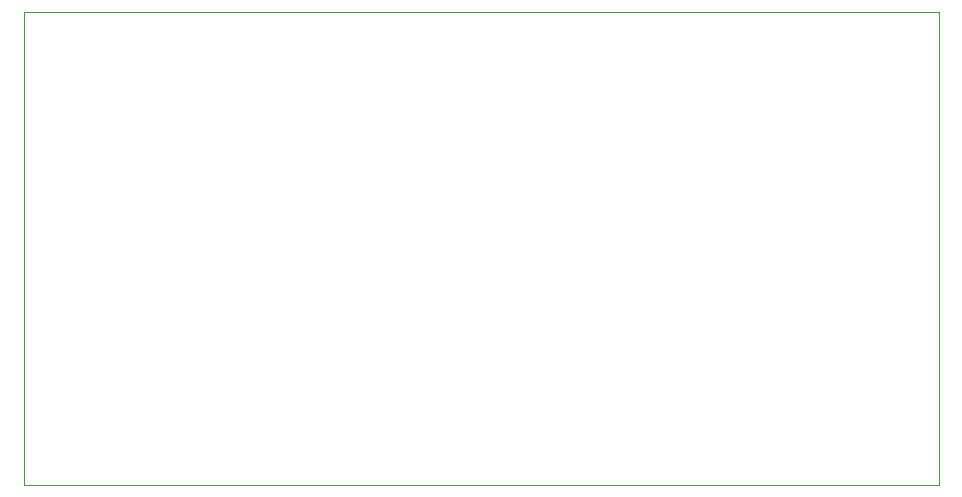
<source format=gm1>
G04*
G04 #@! TF.GenerationSoftware,Altium Limited,Altium Designer,19.1.6 (110)*
G04*
G04 Layer_Color=16711935*
%FSLAX43Y43*%
%MOMM*%
G71*
G01*
G75*
%ADD12C,0.100*%
D12*
X50000Y60000D02*
X127500Y60000D01*
X50000D02*
Y100000D01*
Y100000D02*
X127500D01*
X127500D02*
X127500Y60000D01*
M02*

</source>
